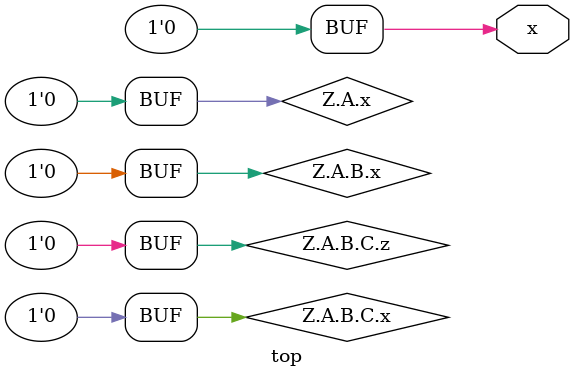
<source format=v>
`default_nettype none
module top(output wire x);
	generate
		if (1) begin : Z
			if (1) begin : A
				wire x;
				if (1) begin : B
					wire x;
					if (1) begin : C
						wire x;
						assign B.x = 0;
						wire z = A.B.C.x;
					end
					assign A.x = A.B.C.x;
				end
				assign B.C.x = B.x;
			end
		end
	endgenerate
	assign x = Z.A.x;
endmodule

</source>
